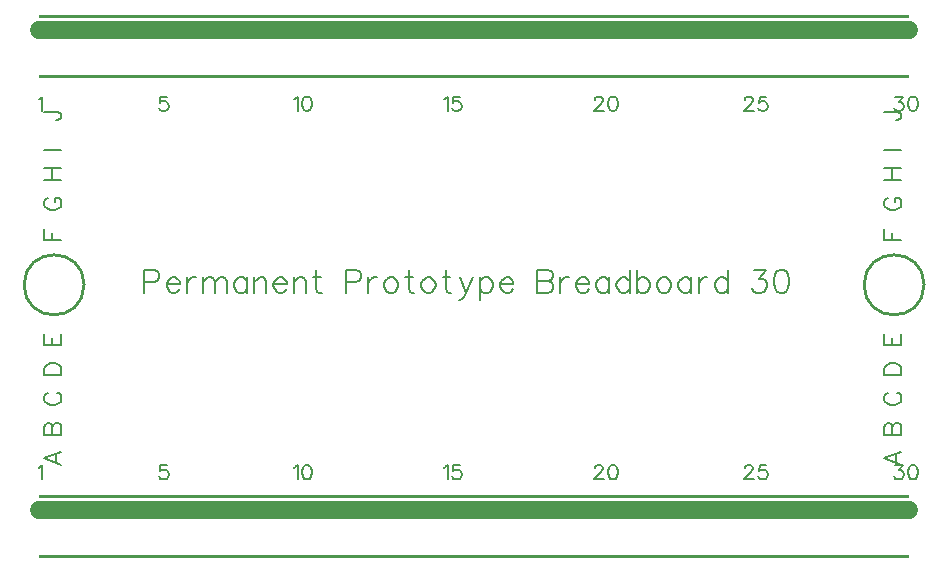
<source format=gto>
G04 Layer: TopSilkLayer*
G04 EasyEDA v6.4.7, 2020-11-05T13:47:00--3:00*
G04 c1199a7e55574453b5ef4e22c537c2a6,NaN*
G04 Gerber Generator version 0.2*
G04 Scale: 100 percent, Rotated: No, Reflected: No *
G04 Dimensions in inches *
G04 leading zeros omitted , absolute positions ,2 integer and 4 decimal *
%FSLAX24Y24*%
%MOIN*%
G90*
D02*

%ADD10C,0.010000*%
%ADD11C,0.060000*%
%ADD13C,0.008000*%

%LPD*%
G54D11*
G01X500Y2000D02*
G01X29500Y2000D01*
G01X29500Y18000D02*
G01X500Y18000D01*
G01X500Y18000D01*
G54D13*
G01X500Y3409D02*
G01X544Y3432D01*
G01X613Y3500D01*
G01X613Y3021D01*
G01X4773Y3500D02*
G01X4544Y3500D01*
G01X4523Y3294D01*
G01X4544Y3317D01*
G01X4613Y3340D01*
G01X4682Y3340D01*
G01X4750Y3317D01*
G01X4794Y3271D01*
G01X4817Y3203D01*
G01X4817Y3159D01*
G01X4794Y3090D01*
G01X4750Y3044D01*
G01X4682Y3021D01*
G01X4613Y3021D01*
G01X4544Y3044D01*
G01X4523Y3067D01*
G01X4500Y3113D01*
G01X9000Y3409D02*
G01X9044Y3432D01*
G01X9114Y3500D01*
G01X9114Y3021D01*
G01X9400Y3500D02*
G01X9331Y3476D01*
G01X9285Y3409D01*
G01X9264Y3294D01*
G01X9264Y3226D01*
G01X9285Y3113D01*
G01X9331Y3044D01*
G01X9400Y3021D01*
G01X9444Y3021D01*
G01X9514Y3044D01*
G01X9559Y3113D01*
G01X9581Y3226D01*
G01X9581Y3294D01*
G01X9559Y3409D01*
G01X9514Y3476D01*
G01X9444Y3500D01*
G01X9400Y3500D01*
G01X14000Y3409D02*
G01X14044Y3432D01*
G01X14114Y3500D01*
G01X14114Y3021D01*
G01X14535Y3500D02*
G01X14309Y3500D01*
G01X14285Y3294D01*
G01X14309Y3317D01*
G01X14377Y3340D01*
G01X14444Y3340D01*
G01X14514Y3317D01*
G01X14559Y3271D01*
G01X14581Y3203D01*
G01X14581Y3159D01*
G01X14559Y3090D01*
G01X14514Y3044D01*
G01X14444Y3021D01*
G01X14377Y3021D01*
G01X14309Y3044D01*
G01X14285Y3067D01*
G01X14264Y3113D01*
G01X19022Y3386D02*
G01X19022Y3409D01*
G01X19044Y3453D01*
G01X19068Y3476D01*
G01X19114Y3500D01*
G01X19205Y3500D01*
G01X19250Y3476D01*
G01X19272Y3453D01*
G01X19294Y3409D01*
G01X19294Y3363D01*
G01X19272Y3317D01*
G01X19227Y3250D01*
G01X19000Y3021D01*
G01X19318Y3021D01*
G01X19605Y3500D02*
G01X19535Y3476D01*
G01X19490Y3409D01*
G01X19468Y3294D01*
G01X19468Y3226D01*
G01X19490Y3113D01*
G01X19535Y3044D01*
G01X19605Y3021D01*
G01X19650Y3021D01*
G01X19718Y3044D01*
G01X19764Y3113D01*
G01X19785Y3226D01*
G01X19785Y3294D01*
G01X19764Y3409D01*
G01X19718Y3476D01*
G01X19650Y3500D01*
G01X19605Y3500D01*
G01X24022Y3386D02*
G01X24022Y3409D01*
G01X24044Y3453D01*
G01X24068Y3476D01*
G01X24114Y3500D01*
G01X24205Y3500D01*
G01X24250Y3476D01*
G01X24272Y3453D01*
G01X24294Y3409D01*
G01X24294Y3363D01*
G01X24272Y3317D01*
G01X24227Y3250D01*
G01X24000Y3021D01*
G01X24318Y3021D01*
G01X24740Y3500D02*
G01X24514Y3500D01*
G01X24490Y3294D01*
G01X24514Y3317D01*
G01X24581Y3340D01*
G01X24650Y3340D01*
G01X24718Y3317D01*
G01X24764Y3271D01*
G01X24785Y3203D01*
G01X24785Y3159D01*
G01X24764Y3090D01*
G01X24718Y3044D01*
G01X24650Y3021D01*
G01X24581Y3021D01*
G01X24514Y3044D01*
G01X24490Y3067D01*
G01X24468Y3113D01*
G01X29044Y3500D02*
G01X29294Y3500D01*
G01X29159Y3317D01*
G01X29227Y3317D01*
G01X29272Y3294D01*
G01X29294Y3271D01*
G01X29318Y3203D01*
G01X29318Y3159D01*
G01X29294Y3090D01*
G01X29250Y3044D01*
G01X29181Y3021D01*
G01X29114Y3021D01*
G01X29044Y3044D01*
G01X29022Y3067D01*
G01X29000Y3113D01*
G01X29605Y3500D02*
G01X29535Y3476D01*
G01X29490Y3409D01*
G01X29468Y3294D01*
G01X29468Y3226D01*
G01X29490Y3113D01*
G01X29535Y3044D01*
G01X29605Y3021D01*
G01X29650Y3021D01*
G01X29718Y3044D01*
G01X29764Y3113D01*
G01X29785Y3226D01*
G01X29785Y3294D01*
G01X29764Y3409D01*
G01X29718Y3476D01*
G01X29650Y3500D01*
G01X29605Y3500D01*
G01X500Y15682D02*
G01X544Y15705D01*
G01X613Y15773D01*
G01X613Y15294D01*
G01X4773Y15773D02*
G01X4544Y15773D01*
G01X4523Y15567D01*
G01X4544Y15590D01*
G01X4613Y15613D01*
G01X4682Y15613D01*
G01X4750Y15590D01*
G01X4794Y15544D01*
G01X4817Y15476D01*
G01X4817Y15432D01*
G01X4794Y15363D01*
G01X4750Y15317D01*
G01X4682Y15294D01*
G01X4613Y15294D01*
G01X4544Y15317D01*
G01X4523Y15340D01*
G01X4500Y15386D01*
G01X9000Y15682D02*
G01X9044Y15705D01*
G01X9114Y15773D01*
G01X9114Y15294D01*
G01X9400Y15773D02*
G01X9331Y15750D01*
G01X9285Y15682D01*
G01X9264Y15567D01*
G01X9264Y15500D01*
G01X9285Y15386D01*
G01X9331Y15317D01*
G01X9400Y15294D01*
G01X9444Y15294D01*
G01X9514Y15317D01*
G01X9559Y15386D01*
G01X9581Y15500D01*
G01X9581Y15567D01*
G01X9559Y15682D01*
G01X9514Y15750D01*
G01X9444Y15773D01*
G01X9400Y15773D01*
G01X14000Y15682D02*
G01X14044Y15705D01*
G01X14114Y15773D01*
G01X14114Y15294D01*
G01X14535Y15773D02*
G01X14309Y15773D01*
G01X14285Y15567D01*
G01X14309Y15590D01*
G01X14377Y15613D01*
G01X14444Y15613D01*
G01X14514Y15590D01*
G01X14559Y15544D01*
G01X14581Y15476D01*
G01X14581Y15432D01*
G01X14559Y15363D01*
G01X14514Y15317D01*
G01X14444Y15294D01*
G01X14377Y15294D01*
G01X14309Y15317D01*
G01X14285Y15340D01*
G01X14264Y15386D01*
G01X19022Y15659D02*
G01X19022Y15682D01*
G01X19044Y15726D01*
G01X19068Y15750D01*
G01X19114Y15773D01*
G01X19205Y15773D01*
G01X19250Y15750D01*
G01X19272Y15726D01*
G01X19294Y15682D01*
G01X19294Y15636D01*
G01X19272Y15590D01*
G01X19227Y15523D01*
G01X19000Y15294D01*
G01X19318Y15294D01*
G01X19605Y15773D02*
G01X19535Y15750D01*
G01X19490Y15682D01*
G01X19468Y15567D01*
G01X19468Y15500D01*
G01X19490Y15386D01*
G01X19535Y15317D01*
G01X19605Y15294D01*
G01X19650Y15294D01*
G01X19718Y15317D01*
G01X19764Y15386D01*
G01X19785Y15500D01*
G01X19785Y15567D01*
G01X19764Y15682D01*
G01X19718Y15750D01*
G01X19650Y15773D01*
G01X19605Y15773D01*
G01X24022Y15659D02*
G01X24022Y15682D01*
G01X24044Y15726D01*
G01X24068Y15750D01*
G01X24114Y15773D01*
G01X24205Y15773D01*
G01X24250Y15750D01*
G01X24272Y15726D01*
G01X24294Y15682D01*
G01X24294Y15636D01*
G01X24272Y15590D01*
G01X24227Y15523D01*
G01X24000Y15294D01*
G01X24318Y15294D01*
G01X24740Y15773D02*
G01X24514Y15773D01*
G01X24490Y15567D01*
G01X24514Y15590D01*
G01X24581Y15613D01*
G01X24650Y15613D01*
G01X24718Y15590D01*
G01X24764Y15544D01*
G01X24785Y15476D01*
G01X24785Y15432D01*
G01X24764Y15363D01*
G01X24718Y15317D01*
G01X24650Y15294D01*
G01X24581Y15294D01*
G01X24514Y15317D01*
G01X24490Y15340D01*
G01X24468Y15386D01*
G01X29044Y15773D02*
G01X29294Y15773D01*
G01X29159Y15590D01*
G01X29227Y15590D01*
G01X29272Y15567D01*
G01X29294Y15544D01*
G01X29318Y15476D01*
G01X29318Y15432D01*
G01X29294Y15363D01*
G01X29250Y15317D01*
G01X29181Y15294D01*
G01X29114Y15294D01*
G01X29044Y15317D01*
G01X29022Y15340D01*
G01X29000Y15386D01*
G01X29605Y15773D02*
G01X29535Y15750D01*
G01X29490Y15682D01*
G01X29468Y15567D01*
G01X29468Y15500D01*
G01X29490Y15386D01*
G01X29535Y15317D01*
G01X29605Y15294D01*
G01X29650Y15294D01*
G01X29718Y15317D01*
G01X29764Y15386D01*
G01X29785Y15500D01*
G01X29785Y15567D01*
G01X29764Y15682D01*
G01X29718Y15750D01*
G01X29650Y15773D01*
G01X29605Y15773D01*
G01X4000Y10000D02*
G01X4000Y9236D01*
G01X4000Y10000D02*
G01X4326Y10000D01*
G01X4436Y9963D01*
G01X4473Y9928D01*
G01X4509Y9855D01*
G01X4509Y9746D01*
G01X4473Y9673D01*
G01X4436Y9636D01*
G01X4326Y9600D01*
G01X4000Y9600D01*
G01X4748Y9528D02*
G01X5184Y9528D01*
G01X5184Y9600D01*
G01X5148Y9673D01*
G01X5113Y9709D01*
G01X5040Y9746D01*
G01X4930Y9746D01*
G01X4857Y9709D01*
G01X4784Y9636D01*
G01X4748Y9528D01*
G01X4748Y9455D01*
G01X4784Y9346D01*
G01X4857Y9273D01*
G01X4930Y9236D01*
G01X5040Y9236D01*
G01X5113Y9273D01*
G01X5184Y9346D01*
G01X5425Y9746D02*
G01X5425Y9236D01*
G01X5425Y9528D02*
G01X5461Y9636D01*
G01X5534Y9709D01*
G01X5607Y9746D01*
G01X5715Y9746D01*
G01X5955Y9746D02*
G01X5955Y9236D01*
G01X5955Y9600D02*
G01X6065Y9709D01*
G01X6138Y9746D01*
G01X6246Y9746D01*
G01X6319Y9709D01*
G01X6355Y9600D01*
G01X6355Y9236D01*
G01X6355Y9600D02*
G01X6465Y9709D01*
G01X6538Y9746D01*
G01X6646Y9746D01*
G01X6719Y9709D01*
G01X6755Y9600D01*
G01X6755Y9236D01*
G01X7432Y9746D02*
G01X7432Y9236D01*
G01X7432Y9636D02*
G01X7359Y9709D01*
G01X7286Y9746D01*
G01X7178Y9746D01*
G01X7105Y9709D01*
G01X7032Y9636D01*
G01X6996Y9528D01*
G01X6996Y9455D01*
G01X7032Y9346D01*
G01X7105Y9273D01*
G01X7178Y9236D01*
G01X7286Y9236D01*
G01X7359Y9273D01*
G01X7432Y9346D01*
G01X7673Y9746D02*
G01X7673Y9236D01*
G01X7673Y9600D02*
G01X7782Y9709D01*
G01X7855Y9746D01*
G01X7963Y9746D01*
G01X8036Y9709D01*
G01X8073Y9600D01*
G01X8073Y9236D01*
G01X8313Y9528D02*
G01X8748Y9528D01*
G01X8748Y9600D01*
G01X8713Y9673D01*
G01X8676Y9709D01*
G01X8603Y9746D01*
G01X8494Y9746D01*
G01X8421Y9709D01*
G01X8348Y9636D01*
G01X8313Y9528D01*
G01X8313Y9455D01*
G01X8348Y9346D01*
G01X8421Y9273D01*
G01X8494Y9236D01*
G01X8603Y9236D01*
G01X8676Y9273D01*
G01X8748Y9346D01*
G01X8988Y9746D02*
G01X8988Y9236D01*
G01X8988Y9600D02*
G01X9098Y9709D01*
G01X9171Y9746D01*
G01X9280Y9746D01*
G01X9352Y9709D01*
G01X9389Y9600D01*
G01X9389Y9236D01*
G01X9738Y10000D02*
G01X9738Y9382D01*
G01X9775Y9273D01*
G01X9847Y9236D01*
G01X9919Y9236D01*
G01X9628Y9746D02*
G01X9884Y9746D01*
G01X10719Y10000D02*
G01X10719Y9236D01*
G01X10719Y10000D02*
G01X11047Y10000D01*
G01X11156Y9963D01*
G01X11193Y9928D01*
G01X11228Y9855D01*
G01X11228Y9746D01*
G01X11193Y9673D01*
G01X11156Y9636D01*
G01X11047Y9600D01*
G01X10719Y9600D01*
G01X11468Y9746D02*
G01X11468Y9236D01*
G01X11468Y9528D02*
G01X11505Y9636D01*
G01X11577Y9709D01*
G01X11651Y9746D01*
G01X11760Y9746D01*
G01X12181Y9746D02*
G01X12109Y9709D01*
G01X12035Y9636D01*
G01X12000Y9528D01*
G01X12000Y9455D01*
G01X12035Y9346D01*
G01X12109Y9273D01*
G01X12181Y9236D01*
G01X12290Y9236D01*
G01X12364Y9273D01*
G01X12435Y9346D01*
G01X12472Y9455D01*
G01X12472Y9528D01*
G01X12435Y9636D01*
G01X12364Y9709D01*
G01X12290Y9746D01*
G01X12181Y9746D01*
G01X12822Y10000D02*
G01X12822Y9382D01*
G01X12857Y9273D01*
G01X12931Y9236D01*
G01X13003Y9236D01*
G01X12713Y9746D02*
G01X12967Y9746D01*
G01X13425Y9746D02*
G01X13352Y9709D01*
G01X13280Y9636D01*
G01X13243Y9528D01*
G01X13243Y9455D01*
G01X13280Y9346D01*
G01X13352Y9273D01*
G01X13425Y9236D01*
G01X13535Y9236D01*
G01X13606Y9273D01*
G01X13680Y9346D01*
G01X13715Y9455D01*
G01X13715Y9528D01*
G01X13680Y9636D01*
G01X13606Y9709D01*
G01X13535Y9746D01*
G01X13425Y9746D01*
G01X14064Y10000D02*
G01X14064Y9382D01*
G01X14102Y9273D01*
G01X14175Y9236D01*
G01X14247Y9236D01*
G01X13956Y9746D02*
G01X14210Y9746D01*
G01X14523Y9746D02*
G01X14742Y9236D01*
G01X14960Y9746D02*
G01X14742Y9236D01*
G01X14668Y9090D01*
G01X14596Y9019D01*
G01X14523Y8982D01*
G01X14486Y8982D01*
G01X15200Y9746D02*
G01X15200Y8982D01*
G01X15200Y9636D02*
G01X15272Y9709D01*
G01X15344Y9746D01*
G01X15455Y9746D01*
G01X15527Y9709D01*
G01X15600Y9636D01*
G01X15635Y9528D01*
G01X15635Y9455D01*
G01X15600Y9346D01*
G01X15527Y9273D01*
G01X15455Y9236D01*
G01X15344Y9236D01*
G01X15272Y9273D01*
G01X15200Y9346D01*
G01X15876Y9528D02*
G01X16313Y9528D01*
G01X16313Y9600D01*
G01X16276Y9673D01*
G01X16239Y9709D01*
G01X16167Y9746D01*
G01X16057Y9746D01*
G01X15985Y9709D01*
G01X15913Y9636D01*
G01X15876Y9528D01*
G01X15876Y9455D01*
G01X15913Y9346D01*
G01X15985Y9273D01*
G01X16057Y9236D01*
G01X16167Y9236D01*
G01X16239Y9273D01*
G01X16313Y9346D01*
G01X17113Y10000D02*
G01X17113Y9236D01*
G01X17113Y10000D02*
G01X17439Y10000D01*
G01X17548Y9963D01*
G01X17585Y9928D01*
G01X17622Y9855D01*
G01X17622Y9782D01*
G01X17585Y9709D01*
G01X17548Y9673D01*
G01X17439Y9636D01*
G01X17113Y9636D02*
G01X17439Y9636D01*
G01X17548Y9600D01*
G01X17585Y9563D01*
G01X17622Y9490D01*
G01X17622Y9382D01*
G01X17585Y9309D01*
G01X17548Y9273D01*
G01X17439Y9236D01*
G01X17113Y9236D01*
G01X17861Y9746D02*
G01X17861Y9236D01*
G01X17861Y9528D02*
G01X17897Y9636D01*
G01X17971Y9709D01*
G01X18043Y9746D01*
G01X18152Y9746D01*
G01X18393Y9528D02*
G01X18828Y9528D01*
G01X18828Y9600D01*
G01X18793Y9673D01*
G01X18756Y9709D01*
G01X18684Y9746D01*
G01X18575Y9746D01*
G01X18502Y9709D01*
G01X18428Y9636D01*
G01X18393Y9528D01*
G01X18393Y9455D01*
G01X18428Y9346D01*
G01X18502Y9273D01*
G01X18575Y9236D01*
G01X18684Y9236D01*
G01X18756Y9273D01*
G01X18828Y9346D01*
G01X19505Y9746D02*
G01X19505Y9236D01*
G01X19505Y9636D02*
G01X19432Y9709D01*
G01X19360Y9746D01*
G01X19251Y9746D01*
G01X19177Y9709D01*
G01X19105Y9636D01*
G01X19068Y9528D01*
G01X19068Y9455D01*
G01X19105Y9346D01*
G01X19177Y9273D01*
G01X19251Y9236D01*
G01X19360Y9236D01*
G01X19432Y9273D01*
G01X19505Y9346D01*
G01X20181Y10000D02*
G01X20181Y9236D01*
G01X20181Y9636D02*
G01X20109Y9709D01*
G01X20035Y9746D01*
G01X19927Y9746D01*
G01X19855Y9709D01*
G01X19781Y9636D01*
G01X19744Y9528D01*
G01X19744Y9455D01*
G01X19781Y9346D01*
G01X19855Y9273D01*
G01X19927Y9236D01*
G01X20035Y9236D01*
G01X20109Y9273D01*
G01X20181Y9346D01*
G01X20422Y10000D02*
G01X20422Y9236D01*
G01X20422Y9636D02*
G01X20494Y9709D01*
G01X20567Y9746D01*
G01X20676Y9746D01*
G01X20748Y9709D01*
G01X20822Y9636D01*
G01X20857Y9528D01*
G01X20857Y9455D01*
G01X20822Y9346D01*
G01X20748Y9273D01*
G01X20676Y9236D01*
G01X20567Y9236D01*
G01X20494Y9273D01*
G01X20422Y9346D01*
G01X21280Y9746D02*
G01X21206Y9709D01*
G01X21135Y9636D01*
G01X21097Y9528D01*
G01X21097Y9455D01*
G01X21135Y9346D01*
G01X21206Y9273D01*
G01X21280Y9236D01*
G01X21389Y9236D01*
G01X21461Y9273D01*
G01X21535Y9346D01*
G01X21571Y9455D01*
G01X21571Y9528D01*
G01X21535Y9636D01*
G01X21461Y9709D01*
G01X21389Y9746D01*
G01X21280Y9746D01*
G01X22247Y9746D02*
G01X22247Y9236D01*
G01X22247Y9636D02*
G01X22175Y9709D01*
G01X22102Y9746D01*
G01X21993Y9746D01*
G01X21919Y9709D01*
G01X21847Y9636D01*
G01X21810Y9528D01*
G01X21810Y9455D01*
G01X21847Y9346D01*
G01X21919Y9273D01*
G01X21993Y9236D01*
G01X22102Y9236D01*
G01X22175Y9273D01*
G01X22247Y9346D01*
G01X22486Y9746D02*
G01X22486Y9236D01*
G01X22486Y9528D02*
G01X22523Y9636D01*
G01X22596Y9709D01*
G01X22668Y9746D01*
G01X22777Y9746D01*
G01X23455Y10000D02*
G01X23455Y9236D01*
G01X23455Y9636D02*
G01X23381Y9709D01*
G01X23309Y9746D01*
G01X23200Y9746D01*
G01X23127Y9709D01*
G01X23055Y9636D01*
G01X23018Y9528D01*
G01X23018Y9455D01*
G01X23055Y9346D01*
G01X23127Y9273D01*
G01X23200Y9236D01*
G01X23309Y9236D01*
G01X23381Y9273D01*
G01X23455Y9346D01*
G01X24327Y10000D02*
G01X24727Y10000D01*
G01X24509Y9709D01*
G01X24618Y9709D01*
G01X24690Y9673D01*
G01X24727Y9636D01*
G01X24764Y9528D01*
G01X24764Y9455D01*
G01X24727Y9346D01*
G01X24655Y9273D01*
G01X24544Y9236D01*
G01X24435Y9236D01*
G01X24327Y9273D01*
G01X24290Y9309D01*
G01X24255Y9382D01*
G01X25222Y10000D02*
G01X25113Y9963D01*
G01X25039Y9855D01*
G01X25003Y9673D01*
G01X25003Y9563D01*
G01X25039Y9382D01*
G01X25113Y9273D01*
G01X25222Y9236D01*
G01X25294Y9236D01*
G01X25403Y9273D01*
G01X25476Y9382D01*
G01X25513Y9563D01*
G01X25513Y9673D01*
G01X25476Y9855D01*
G01X25403Y9963D01*
G01X25294Y10000D01*
G01X25222Y10000D01*
G01X673Y3717D02*
G01X1244Y3500D01*
G01X673Y3717D02*
G01X1244Y3936D01*
G01X1055Y3582D02*
G01X1055Y3855D01*
G01X28672Y3717D02*
G01X29244Y3500D01*
G01X28672Y3717D02*
G01X29244Y3936D01*
G01X29055Y3582D02*
G01X29055Y3855D01*
G01X673Y4500D02*
G01X1244Y4500D01*
G01X673Y4500D02*
G01X673Y4744D01*
G01X700Y4826D01*
G01X726Y4855D01*
G01X782Y4882D01*
G01X836Y4882D01*
G01X890Y4855D01*
G01X917Y4826D01*
G01X944Y4744D01*
G01X944Y4500D02*
G01X944Y4744D01*
G01X973Y4826D01*
G01X1000Y4855D01*
G01X1055Y4882D01*
G01X1136Y4882D01*
G01X1190Y4855D01*
G01X1217Y4826D01*
G01X1244Y4744D01*
G01X1244Y4500D01*
G01X28672Y4500D02*
G01X29244Y4500D01*
G01X28672Y4500D02*
G01X28672Y4744D01*
G01X28700Y4826D01*
G01X28727Y4855D01*
G01X28781Y4882D01*
G01X28835Y4882D01*
G01X28890Y4855D01*
G01X28918Y4826D01*
G01X28944Y4744D01*
G01X28944Y4500D02*
G01X28944Y4744D01*
G01X28972Y4826D01*
G01X29000Y4855D01*
G01X29055Y4882D01*
G01X29135Y4882D01*
G01X29190Y4855D01*
G01X29218Y4826D01*
G01X29244Y4744D01*
G01X29244Y4500D01*
G01X28809Y5909D02*
G01X28755Y5882D01*
G01X28700Y5826D01*
G01X28672Y5773D01*
G01X28672Y5663D01*
G01X28700Y5609D01*
G01X28755Y5555D01*
G01X28809Y5526D01*
G01X28890Y5500D01*
G01X29027Y5500D01*
G01X29109Y5526D01*
G01X29164Y5555D01*
G01X29218Y5609D01*
G01X29244Y5663D01*
G01X29244Y5773D01*
G01X29218Y5826D01*
G01X29164Y5882D01*
G01X29109Y5909D01*
G01X809Y5909D02*
G01X755Y5882D01*
G01X700Y5826D01*
G01X673Y5773D01*
G01X673Y5663D01*
G01X700Y5609D01*
G01X755Y5555D01*
G01X809Y5526D01*
G01X890Y5500D01*
G01X1026Y5500D01*
G01X1109Y5526D01*
G01X1163Y5555D01*
G01X1217Y5609D01*
G01X1244Y5663D01*
G01X1244Y5773D01*
G01X1217Y5826D01*
G01X1163Y5882D01*
G01X1109Y5909D01*
G01X673Y6500D02*
G01X1244Y6500D01*
G01X673Y6500D02*
G01X673Y6690D01*
G01X700Y6773D01*
G01X755Y6826D01*
G01X809Y6855D01*
G01X890Y6882D01*
G01X1026Y6882D01*
G01X1109Y6855D01*
G01X1163Y6826D01*
G01X1217Y6773D01*
G01X1244Y6690D01*
G01X1244Y6500D01*
G01X28672Y6500D02*
G01X29244Y6500D01*
G01X28672Y6500D02*
G01X28672Y6690D01*
G01X28700Y6773D01*
G01X28755Y6826D01*
G01X28809Y6855D01*
G01X28890Y6882D01*
G01X29027Y6882D01*
G01X29109Y6855D01*
G01X29164Y6826D01*
G01X29218Y6773D01*
G01X29244Y6690D01*
G01X29244Y6500D01*
G01X28672Y7500D02*
G01X29244Y7500D01*
G01X28672Y7500D02*
G01X28672Y7855D01*
G01X28944Y7500D02*
G01X28944Y7717D01*
G01X29244Y7500D02*
G01X29244Y7855D01*
G01X673Y7500D02*
G01X1244Y7500D01*
G01X673Y7500D02*
G01X673Y7855D01*
G01X944Y7500D02*
G01X944Y7717D01*
G01X1244Y7500D02*
G01X1244Y7855D01*
G01X28672Y11000D02*
G01X29244Y11000D01*
G01X28672Y11000D02*
G01X28672Y11355D01*
G01X28944Y11000D02*
G01X28944Y11217D01*
G01X673Y11000D02*
G01X1244Y11000D01*
G01X673Y11000D02*
G01X673Y11355D01*
G01X944Y11000D02*
G01X944Y11217D01*
G01X28809Y12409D02*
G01X28755Y12382D01*
G01X28700Y12326D01*
G01X28672Y12273D01*
G01X28672Y12163D01*
G01X28700Y12109D01*
G01X28755Y12055D01*
G01X28809Y12026D01*
G01X28890Y12000D01*
G01X29027Y12000D01*
G01X29109Y12026D01*
G01X29164Y12055D01*
G01X29218Y12109D01*
G01X29244Y12163D01*
G01X29244Y12273D01*
G01X29218Y12326D01*
G01X29164Y12382D01*
G01X29109Y12409D01*
G01X29027Y12409D01*
G01X29027Y12273D02*
G01X29027Y12409D01*
G01X809Y12409D02*
G01X755Y12382D01*
G01X700Y12326D01*
G01X673Y12273D01*
G01X673Y12163D01*
G01X700Y12109D01*
G01X755Y12055D01*
G01X809Y12026D01*
G01X890Y12000D01*
G01X1026Y12000D01*
G01X1109Y12026D01*
G01X1163Y12055D01*
G01X1217Y12109D01*
G01X1244Y12163D01*
G01X1244Y12273D01*
G01X1217Y12326D01*
G01X1163Y12382D01*
G01X1109Y12409D01*
G01X1026Y12409D01*
G01X1026Y12273D02*
G01X1026Y12409D01*
G01X28672Y13000D02*
G01X29244Y13000D01*
G01X28672Y13382D02*
G01X29244Y13382D01*
G01X28944Y13000D02*
G01X28944Y13382D01*
G01X673Y13000D02*
G01X1244Y13000D01*
G01X673Y13382D02*
G01X1244Y13382D01*
G01X944Y13000D02*
G01X944Y13382D01*
G01X28672Y14000D02*
G01X29244Y14000D01*
G01X673Y14000D02*
G01X1244Y14000D01*
G01X28672Y15273D02*
G01X29109Y15273D01*
G01X29190Y15244D01*
G01X29218Y15217D01*
G01X29244Y15163D01*
G01X29244Y15109D01*
G01X29218Y15055D01*
G01X29190Y15026D01*
G01X29109Y15000D01*
G01X29055Y15000D01*
G01X673Y15273D02*
G01X1109Y15273D01*
G01X1190Y15244D01*
G01X1217Y15217D01*
G01X1244Y15163D01*
G01X1244Y15109D01*
G01X1217Y15055D01*
G01X1190Y15026D01*
G01X1109Y15000D01*
G01X1055Y15000D01*
G54D10*
G75*
G01X30000Y9500D02*
G03X30000Y9500I-1000J0D01*
G01*
G75*
G01X2000Y9500D02*
G03X2000Y9500I-1000J0D01*
G01*
G36*
G01X500Y16500D02*
G01X29500Y16500D01*
G01X29500Y16400D01*
G01X500Y16400D01*
G01X500Y16500D01*
G37*
G36*
G01X500Y18500D02*
G01X29500Y18500D01*
G01X29500Y18400D01*
G01X500Y18400D01*
G01X500Y18500D01*
G37*
G36*
G01X500Y2500D02*
G01X29500Y2500D01*
G01X29500Y2400D01*
G01X500Y2400D01*
G01X500Y2500D01*
G37*
G36*
G01X500Y500D02*
G01X29500Y500D01*
G01X29500Y400D01*
G01X500Y400D01*
G01X500Y500D01*
G37*
M00*
M02*

</source>
